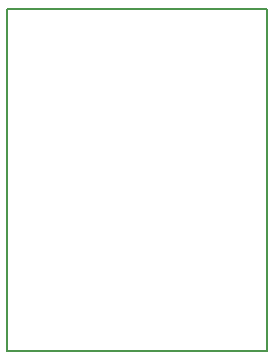
<source format=gbr>
G04 #@! TF.FileFunction,Profile,NP*
%FSLAX46Y46*%
G04 Gerber Fmt 4.6, Leading zero omitted, Abs format (unit mm)*
G04 Created by KiCad (PCBNEW 4.0.7) date Wednesday, June 13, 2018 'PMt' 01:49:24 PM*
%MOMM*%
%LPD*%
G01*
G04 APERTURE LIST*
%ADD10C,0.100000*%
%ADD11C,0.150000*%
G04 APERTURE END LIST*
D10*
D11*
X0Y0D02*
X0Y-29000000D01*
X0Y-29000000D02*
X22000000Y-29000000D01*
X22000000Y0D02*
X22000000Y-29000000D01*
X0Y0D02*
X22000000Y0D01*
M02*

</source>
